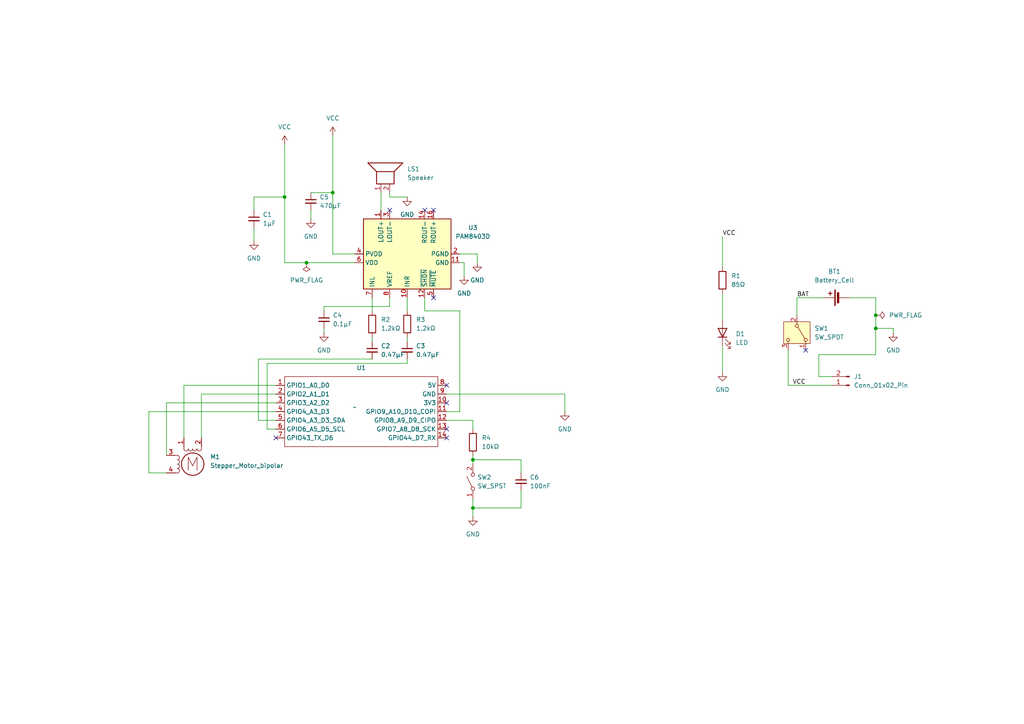
<source format=kicad_sch>
(kicad_sch (version 20230121) (generator eeschema)
  (paper "A4")
  (title_block (title "Cecilia Hung's PCB") (date "2024-01-28") (rev "1.0"))
  (lib_symbols
    (symbol "Amplifier_Audio:PAM8403D"
      (property "Reference" "U" (at 1.27 16.51 0))
      (property "Value" "PAM8403D" (at 6.096 14.224 0))
      (symbol "PAM8403D_0_1"
        (rectangle (start -10.16 12.7) (end 10.16 -12.7) (stroke (width 0.254)) (fill (type background)))
      )
      (symbol "PAM8403D_1_1"
        (pin output line (at 12.7 7.62 180) (length 2.54) (name "LOUT+") (number "1"))
        (pin input line (at -12.7 0 0) (length 2.54) (name "INR") (number "10"))
        (pin power_in line (at -2.54 -15.24 90) (length 2.54) (name "GND") (number "11"))
        (pin input line (at -12.7 -5.08 0) (length 2.54) (name "~{SHDN}") (number "12"))
        (pin passive line (at 0 15.24 270) (length 2.54) hide (name "PVDD") (number "13"))
        (pin output line (at 12.7 -5.08 180) (length 2.54) (name "ROUT-") (number "14"))
        (pin passive line (at 0 -15.24 90) (length 2.54) hide (name "PGND") (number "15"))
        (pin output line (at 12.7 -7.62 180) (length 2.54) (name "ROUT+") (number "16"))
        (pin power_in line (at 0 -15.24 90) (length 2.54) (name "PGND") (number "2"))
        (pin output line (at 12.7 5.08 180) (length 2.54) (name "LOUT-") (number "3"))
        (pin power_in line (at 0 15.24 270) (length 2.54) (name "PVDD") (number "4"))
        (pin input line (at -12.7 -7.62 0) (length 2.54) (name "~{MUTE}") (number "5"))
        (pin power_in line (at -2.54 15.24 270) (length 2.54) (name "VDD") (number "6"))
        (pin input line (at -12.7 10.16 0) (length 2.54) (name "INL") (number "7"))
        (pin input line (at -12.7 5.08 0) (length 2.54) (name "VREF") (number "8"))
        (pin no_connect line (at 10.16 -10.16 180) (length 2.54) hide (name "NC") (number "9"))
      )
    )
    (symbol "Connector:Conn_01x02_Pin" (pin_names (offset 1.016) hide)
      (property "Reference" "J" (at 0 2.54 0))
      (property "Value" "Conn_01x02_Pin" (at 0 -5.08 0))
      (symbol "Conn_01x02_Pin_1_1"
        (polyline (pts (xy 1.27 -2.54) (xy 0.8636 -2.54)) (stroke (width 0.1524)))
        (polyline (pts (xy 1.27 0) (xy 0.8636 0)) (stroke (width 0.1524)))
        (rectangle (start 0.8636 -2.413) (end 0 -2.667) (stroke (width 0.1524)) (fill (type outline)))
        (rectangle (start 0.8636 0.127) (end 0 -0.127) (stroke (width 0.1524)) (fill (type outline)))
        (pin passive line (at 5.08 0 180) (length 3.81) (name "Pin_1") (number "1"))
        (pin passive line (at 5.08 -2.54 180) (length 3.81) (name "Pin_2") (number "2"))
      )
    )
    (symbol "Device:Battery_Cell" (pin_numbers hide) (pin_names (offset 0) hide)
      (property "Reference" "BT" (at 2.54 2.54 0))
      (property "Value" "Battery_Cell" (at 2.54 0 0))
      (symbol "Battery_Cell_0_1"
        (rectangle (start -2.286 1.778) (end 2.286 1.524) (fill (type outline)))
        (rectangle (start -1.524 1.016) (end 1.524 0.508) (fill (type outline)))
        (polyline (pts (xy 0 0.762) (xy 0 0)))
        (polyline (pts (xy 0 1.778) (xy 0 2.54)))
        (polyline (pts (xy 0.762 3.048) (xy 1.778 3.048)) (stroke (width 0.254)))
        (polyline (pts (xy 1.27 3.556) (xy 1.27 2.54)) (stroke (width 0.254)))
      )
      (symbol "Battery_Cell_1_1"
        (pin passive line (at 0 5.08 270) (length 2.54) (name "+") (number "1"))
        (pin passive line (at 0 -2.54 90) (length 2.54) (name "-") (number "2"))
      )
    )
    (symbol "Device:C_Small" (pin_numbers hide) (pin_names (offset 0.254) hide)
      (property "Reference" "C" (at 0.254 1.778 0))
      (property "Value" "C_Small" (at 0.254 -2.032 0))
      (symbol "C_Small_0_1"
        (polyline (pts (xy -1.524 -0.508) (xy 1.524 -0.508)) (stroke (width 0.3302)))
        (polyline (pts (xy -1.524 0.508) (xy 1.524 0.508)) (stroke (width 0.3048)))
      )
      (symbol "C_Small_1_1"
        (pin passive line (at 0 2.54 270) (length 2.032) (name "~") (number "1"))
        (pin passive line (at 0 -2.54 90) (length 2.032) (name "~") (number "2"))
      )
    )
    (symbol "Device:LED" (pin_numbers hide) (pin_names (offset 1.016) hide)
      (property "Reference" "D" (at 0 2.54 0))
      (property "Value" "LED" (at 0 -2.54 0))
      (symbol "LED_0_1"
        (polyline (pts (xy -1.27 -1.27) (xy -1.27 1.27)) (stroke (width 0.254)))
        (polyline (pts (xy -1.27 0) (xy 1.27 0)))
        (polyline (pts (xy 1.27 -1.27) (xy 1.27 1.27) (xy -1.27 0) (xy 1.27 -1.27)) (stroke (width 0.254)))
        (polyline (pts (xy -3.048 -0.762) (xy -4.572 -2.286) (xy -3.81 -2.286) (xy -4.572 -2.286) (xy -4.572 -1.524)))
        (polyline (pts (xy -1.778 -0.762) (xy -3.302 -2.286) (xy -2.54 -2.286) (xy -3.302 -2.286) (xy -3.302 -1.524)))
      )
      (symbol "LED_1_1"
        (pin passive line (at -3.81 0 0) (length 2.54) (name "K") (number "1"))
        (pin passive line (at 3.81 0 180) (length 2.54) (name "A") (number "2"))
      )
    )
    (symbol "Device:R" (pin_numbers hide) (pin_names (offset 0))
      (property "Reference" "R" (at 2.032 0 90))
      (property "Value" "R" (at 0 0 90))
      (symbol "R_0_1"
        (rectangle (start -1.016 -2.54) (end 1.016 2.54) (stroke (width 0.254)))
      )
      (symbol "R_1_1"
        (pin passive line (at 0 3.81 270) (length 1.27) (name "~") (number "1"))
        (pin passive line (at 0 -3.81 90) (length 1.27) (name "~") (number "2"))
      )
    )
    (symbol "Device:Speaker" (pin_names (offset 0) hide)
      (property "Reference" "LS" (at 1.27 5.715 0))
      (property "Value" "Speaker" (at 1.27 3.81 0))
      (symbol "Speaker_0_0"
        (rectangle (start -2.54 1.27) (end 1.016 -3.81) (stroke (width 0.254)))
        (polyline (pts (xy 1.016 1.27) (xy 3.556 3.81) (xy 3.556 -6.35) (xy 1.016 -3.81)) (stroke (width 0.254)))
      )
      (symbol "Speaker_1_1"
        (pin input line (at -5.08 0 0) (length 2.54) (name "1") (number "1"))
        (pin input line (at -5.08 -2.54 0) (length 2.54) (name "2") (number "2"))
      )
    )
    (symbol "Motor:Stepper_Motor_bipolar" (pin_names (offset 0) hide)
      (property "Reference" "M" (at 3.81 2.54 0))
      (property "Value" "Stepper_Motor_bipolar" (at 3.81 1.27 0))
      (symbol "Stepper_Motor_bipolar_0_0"
        (polyline (pts (xy -1.27 -1.778) (xy -1.27 2.032) (xy 0 -0.508) (xy 1.27 2.032) (xy 1.27 -1.778)))
      )
      (symbol "Stepper_Motor_bipolar_0_1"
        (arc (start -4.445 -2.54) (mid -3.8127 -1.905) (end -4.445 -1.27))
        (arc (start -4.445 -1.27) (mid -3.8127 -0.635) (end -4.445 0))
        (arc (start -4.445 0) (mid -3.8127 0.635) (end -4.445 1.27))
        (arc (start -4.445 1.27) (mid -3.8127 1.905) (end -4.445 2.54))
        (arc (start -2.54 4.445) (mid -1.905 3.8127) (end -1.27 4.445))
        (arc (start -1.27 4.445) (mid -0.635 3.8127) (end 0 4.445))
        (polyline (pts (xy -5.08 -2.54) (xy -4.445 -2.54)))
        (polyline (pts (xy -5.08 2.54) (xy -4.445 2.54)))
        (polyline (pts (xy -2.54 5.08) (xy -2.54 4.445)))
        (polyline (pts (xy 2.54 5.08) (xy 2.54 4.445)))
        (circle (center 0 0) (radius 3.2512) (stroke (width 0.254)))
        (arc (start 0 4.445) (mid 0.635 3.8127) (end 1.27 4.445))
        (arc (start 1.27 4.445) (mid 1.905 3.8127) (end 2.54 4.445))
      )
      (symbol "Stepper_Motor_bipolar_1_1"
        (pin passive line (at -2.54 7.62 270) (length 2.54) (name "~") (number "1"))
        (pin passive line (at 2.54 7.62 270) (length 2.54) (name "-") (number "2"))
        (pin passive line (at -7.62 2.54 0) (length 2.54) (name "~") (number "3"))
        (pin passive line (at -7.62 -2.54 0) (length 2.54) (name "~") (number "4"))
      )
    )
    (symbol "Switch:SW_SPDT" (pin_names (offset 0) hide)
      (property "Reference" "SW" (at 0 5.08 0))
      (property "Value" "SW_SPDT" (at 0 -5.08 0))
      (symbol "SW_SPDT_0_1"
        (circle (center -2.032 0) (radius 0.4572))
        (polyline (pts (xy -1.651 0.254) (xy 1.651 2.286)))
        (circle (center 2.032 -2.54) (radius 0.4572))
        (circle (center 2.032 2.54) (radius 0.4572))
      )
      (symbol "SW_SPDT_1_1"
        (rectangle (start -3.175 3.81) (end 3.175 -3.81) (fill (type background)))
        (pin passive line (at 5.08 2.54 180) (length 2.54) (name "A") (number "1"))
        (pin passive line (at -5.08 0 0) (length 2.54) (name "B") (number "2"))
        (pin passive line (at 5.08 -2.54 180) (length 2.54) (name "C") (number "3"))
      )
    )
    (symbol "Switch:SW_SPST" (pin_names (offset 0) hide)
      (property "Reference" "SW" (at 0 3.175 0))
      (property "Value" "SW_SPST" (at 0 -2.54 0))
      (symbol "SW_SPST_0_0"
        (circle (center -2.032 0) (radius 0.508))
        (polyline (pts (xy -1.524 0.254) (xy 1.524 1.778)))
        (circle (center 2.032 0) (radius 0.508))
      )
      (symbol "SW_SPST_1_1"
        (pin passive line (at -5.08 0 0) (length 2.54) (name "A") (number "1"))
        (pin passive line (at 5.08 0 180) (length 2.54) (name "B") (number "2"))
      )
    )
    (symbol "demo:XIAO_ESP32_SENSE"
      (property "Reference" "U" (at 0 0 0))
      (symbol "XIAO_ESP32_SENSE_0_1"
        (polyline (pts (xy -20.32 8.89) (xy -20.32 -11.43) (xy 24.13 -11.43) (xy 24.13 8.89) (xy -20.32 8.89)))
      )
      (symbol "XIAO_ESP32_SENSE_1_1"
        (pin bidirectional line (at -22.86 6.35 0) (length 2.54) (name "GPIO1_A0_D0") (number "1"))
        (pin bidirectional line (at 26.67 1.27 180) (length 2.54) (name "3V3") (number "10"))
        (pin bidirectional line (at 26.67 -1.27 180) (length 2.54) (name "GPIO9_A10_D10_COPI") (number "11"))
        (pin bidirectional line (at 26.67 -3.81 180) (length 2.54) (name "GPIO8_A9_D9_CIPO") (number "12"))
        (pin bidirectional line (at 26.67 -6.35 180) (length 2.54) (name "GPIO7_A8_D8_SCK") (number "13"))
        (pin bidirectional line (at 26.67 -8.89 180) (length 2.54) (name "GPIO44_D7_RX") (number "14"))
        (pin bidirectional line (at -22.86 3.81 0) (length 2.54) (name "GPIO2_A1_D1") (number "2"))
        (pin bidirectional line (at -22.86 1.27 0) (length 2.54) (name "GPIO3_A2_D2") (number "3"))
        (pin bidirectional line (at -22.86 -1.27 0) (length 2.54) (name "GPIO4_A3_D3") (number "4"))
        (pin bidirectional line (at -22.86 -3.81 0) (length 2.54) (name "GPIO4_A3_D3_SDA") (number "5"))
        (pin bidirectional line (at -22.86 -6.35 0) (length 2.54) (name "GPIO6_A5_D5_SCL") (number "6"))
        (pin bidirectional line (at -22.86 -8.89 0) (length 2.54) (name "GPIO43_TX_D6") (number "7"))
        (pin bidirectional line (at 26.67 6.35 180) (length 2.54) (name "5V") (number "8"))
        (pin bidirectional line (at 26.67 3.81 180) (length 2.54) (name "GND") (number "9"))
      )
    )
    (symbol "power:GND" (power) (pin_names (offset 0))
      (property "Value" "GND" (at 0 -3.81 0))
      (symbol "GND_0_1"
        (polyline (pts (xy 0 0) (xy 0 -1.27) (xy 1.27 -1.27) (xy 0 -2.54) (xy -1.27 -1.27) (xy 0 -1.27)))
      )
      (symbol "GND_1_1"
        (pin power_in line (at 0 0 270) (length 0) hide (name "GND") (number "1"))
      )
    )
    (symbol "power:PWR_FLAG" (power) (pin_numbers hide) (pin_names (offset 0) hide)
      (property "Value" "PWR_FLAG" (at 0 3.81 0))
      (symbol "PWR_FLAG_0_0"
        (pin power_out line (at 0 0 90) (length 0) (name "pwr") (number "1"))
      )
      (symbol "PWR_FLAG_0_1"
        (polyline (pts (xy 0 0) (xy 0 1.27) (xy -1.016 1.905) (xy 0 2.54) (xy 1.016 1.905) (xy 0 1.27)))
      )
    )
    (symbol "power:VCC" (power) (pin_names (offset 0))
      (property "Value" "VCC" (at 0 3.81 0))
      (symbol "VCC_0_1"
        (polyline (pts (xy -0.762 1.27) (xy 0 2.54)))
        (polyline (pts (xy 0 0) (xy 0 2.54)))
        (polyline (pts (xy 0 2.54) (xy 0.762 1.27)))
      )
      (symbol "VCC_1_1"
        (pin power_in line (at 0 0 90) (length 0) hide (name "VCC") (number "1"))
      )
    )
  )
  (junction (at 254 91.44))
  (junction (at 82.55 57.15))
  (junction (at 254 95.25))
  (junction (at 96.52 55.88))
  (junction (at 137.16 147.32))
  (junction (at 137.16 133.35))
  (junction (at 88.9 76.2))
  (no_connect (at 125.73 60.96))
  (no_connect (at 80.01 127))
  (no_connect (at 129.54 127))
  (no_connect (at 113.03 60.96))
  (no_connect (at 129.54 111.76))
  (no_connect (at 125.73 86.36))
  (no_connect (at 233.68 101.6))
  (no_connect (at 123.19 60.96))
  (no_connect (at 129.54 124.46))
  (no_connect (at 129.54 116.84))
  (wire (pts (xy 77.47 105.41) (xy 77.47 124.46)))
  (wire (pts (xy 77.47 124.46) (xy 80.01 124.46)))
  (wire (pts (xy 237.49 109.22) (xy 241.3 109.22)))
  (wire (pts (xy 151.13 133.35) (xy 151.13 137.16)))
  (wire (pts (xy 246.38 86.36) (xy 254 86.36)))
  (wire (pts (xy 43.18 137.16) (xy 43.18 119.38)))
  (wire (pts (xy 151.13 147.32) (xy 137.16 147.32)))
  (wire (pts (xy 107.95 86.36) (xy 107.95 90.17)))
  (wire (pts (xy 58.42 114.3) (xy 80.01 114.3)))
  (wire (pts (xy 48.26 116.84) (xy 80.01 116.84)))
  (wire (pts (xy 138.43 73.66) (xy 138.43 76.2)))
  (wire (pts (xy 118.11 105.41) (xy 77.47 105.41)))
  (wire (pts (xy 96.52 73.66) (xy 102.87 73.66)))
  (wire (pts (xy 107.95 104.14) (xy 74.93 104.14)))
  (wire (pts (xy 254 86.36) (xy 254 91.44)))
  (wire (pts (xy 137.16 147.32) (xy 137.16 144.78)))
  (wire (pts (xy 209.55 100.33) (xy 209.55 107.95)))
  (wire (pts (xy 107.95 97.79) (xy 107.95 99.06)))
  (wire (pts (xy 58.42 127) (xy 58.42 114.3)))
  (wire (pts (xy 129.54 121.92) (xy 137.16 121.92)))
  (wire (pts (xy 254 102.87) (xy 237.49 102.87)))
  (wire (pts (xy 231.14 86.36) (xy 238.76 86.36)))
  (wire (pts (xy 96.52 39.37) (xy 96.52 55.88)))
  (wire (pts (xy 118.11 86.36) (xy 118.11 90.17)))
  (wire (pts (xy 137.16 132.08) (xy 137.16 133.35)))
  (wire (pts (xy 228.6 111.76) (xy 241.3 111.76)))
  (wire (pts (xy 133.35 76.2) (xy 134.62 76.2)))
  (wire (pts (xy 228.6 101.6) (xy 228.6 111.76)))
  (wire (pts (xy 137.16 149.86) (xy 137.16 147.32)))
  (wire (pts (xy 231.14 91.44) (xy 231.14 86.36)))
  (wire (pts (xy 113.03 55.88) (xy 113.03 57.15)))
  (wire (pts (xy 123.19 86.36) (xy 123.19 90.17)))
  (wire (pts (xy 48.26 132.08) (xy 48.26 116.84)))
  (wire (pts (xy 259.08 95.25) (xy 259.08 96.52)))
  (wire (pts (xy 90.17 55.88) (xy 96.52 55.88)))
  (wire (pts (xy 93.98 90.17) (xy 93.98 88.9)))
  (wire (pts (xy 137.16 133.35) (xy 137.16 134.62)))
  (wire (pts (xy 82.55 57.15) (xy 73.66 57.15)))
  (wire (pts (xy 118.11 104.14) (xy 118.11 105.41)))
  (wire (pts (xy 209.55 68.58) (xy 209.55 77.47)))
  (wire (pts (xy 93.98 95.25) (xy 93.98 96.52)))
  (wire (pts (xy 48.26 137.16) (xy 43.18 137.16)))
  (wire (pts (xy 96.52 55.88) (xy 96.52 73.66)))
  (wire (pts (xy 82.55 41.91) (xy 82.55 57.15)))
  (wire (pts (xy 133.35 119.38) (xy 129.54 119.38)))
  (wire (pts (xy 133.35 73.66) (xy 138.43 73.66)))
  (wire (pts (xy 43.18 119.38) (xy 80.01 119.38)))
  (wire (pts (xy 129.54 114.3) (xy 163.83 114.3)))
  (wire (pts (xy 73.66 66.04) (xy 73.66 69.85)))
  (wire (pts (xy 254 95.25) (xy 259.08 95.25)))
  (wire (pts (xy 254 91.44) (xy 254 95.25)))
  (wire (pts (xy 137.16 133.35) (xy 151.13 133.35)))
  (wire (pts (xy 82.55 76.2) (xy 88.9 76.2)))
  (wire (pts (xy 133.35 90.17) (xy 133.35 119.38)))
  (wire (pts (xy 134.62 76.2) (xy 134.62 80.01)))
  (wire (pts (xy 93.98 88.9) (xy 113.03 88.9)))
  (wire (pts (xy 237.49 102.87) (xy 237.49 109.22)))
  (wire (pts (xy 74.93 121.92) (xy 80.01 121.92)))
  (wire (pts (xy 88.9 76.2) (xy 102.87 76.2)))
  (wire (pts (xy 151.13 142.24) (xy 151.13 147.32)))
  (wire (pts (xy 113.03 57.15) (xy 118.11 57.15)))
  (wire (pts (xy 53.34 127) (xy 53.34 111.76)))
  (wire (pts (xy 110.49 55.88) (xy 110.49 60.96)))
  (wire (pts (xy 163.83 114.3) (xy 163.83 119.38)))
  (wire (pts (xy 113.03 88.9) (xy 113.03 86.36)))
  (wire (pts (xy 137.16 121.92) (xy 137.16 124.46)))
  (wire (pts (xy 74.93 104.14) (xy 74.93 121.92)))
  (wire (pts (xy 118.11 97.79) (xy 118.11 99.06)))
  (wire (pts (xy 53.34 111.76) (xy 80.01 111.76)))
  (wire (pts (xy 73.66 57.15) (xy 73.66 60.96)))
  (wire (pts (xy 254 95.25) (xy 254 102.87)))
  (wire (pts (xy 209.55 85.09) (xy 209.55 92.71)))
  (wire (pts (xy 82.55 57.15) (xy 82.55 76.2)))
  (wire (pts (xy 90.17 63.5) (xy 90.17 60.96)))
  (wire (pts (xy 123.19 90.17) (xy 133.35 90.17)))
  (label "VCC" (at 209.55 68.58 0))
  (label "BAT" (at 231.14 86.36 0))
  (label "VCC" (at 229.87 111.76 0))
  (symbol (lib_id "power:GND") (at 138.43 76.2 0) (unit 1)
    (property "Reference" "#PWR06" (effects hide))
    (property "Value" "GND" (at 138.43 81.28 0))
  )
  (symbol (lib_id "Motor:Stepper_Motor_bipolar") (at 55.88 134.62 0) (unit 1)
    (property "Reference" "M1" (at 60.96 132.4991 0) (effects (justify left)))
    (property "Value" "Stepper_Motor_bipolar" (at 60.96 135.0391 0) (effects (justify left)))
    (property "Footprint" "demo_motor:x27_stepper" (effects hide))
    (property "Datasheet" "http://www.infineon.com/dgdl/Application-Note-TLE8110EE_driving_UniPolarStepperMotor_V1.1.pdf?fileId=db3a30431be39b97011be5d0aa0a00b0" (effects hide))
  )
  (symbol (lib_id "Device:R") (at 118.11 93.98 0) (unit 1)
    (property "Reference" "R3" (at 120.65 92.71 0) (effects (justify left)))
    (property "Value" "1.2kΩ" (at 120.65 95.25 0) (effects (justify left)))
    (property "Footprint" "Resistor_SMD:R_0805_2012Metric_Pad1.20x1.40mm_HandSolder" (effects hide))
  )
  (symbol (lib_id "power:GND") (at 259.08 96.52 0) (unit 1)
    (property "Reference" "#PWR02" (effects hide))
    (property "Value" "GND" (at 259.08 101.6 0))
  )
  (symbol (lib_id "Device:LED") (at 209.55 96.52 90) (unit 1)
    (property "Reference" "D1" (at 213.36 96.8375 90) (effects (justify right)))
    (property "Value" "LED" (at 213.36 99.3775 90) (effects (justify right)))
    (property "Footprint" "LED_SMD:LED_0805_2012Metric_Pad1.15x1.40mm_HandSolder" (effects hide))
  )
  (symbol (lib_id "power:VCC") (at 82.55 41.91 0) (unit 1)
    (property "Reference" "#PWR08" (effects hide))
    (property "Value" "VCC" (at 82.55 36.83 0))
  )
  (symbol (lib_id "Connector:Conn_01x02_Pin") (at 246.38 111.76 180) (unit 1)
    (property "Reference" "J1" (at 247.65 109.22 0) (effects (justify right)))
    (property "Value" "Conn_01x02_Pin" (at 247.65 111.76 0) (effects (justify right)))
    (property "Footprint" "Connector_JST:JST_NV_B02P-NV_1x02_P5.00mm_Vertical" (effects hide))
  )
  (symbol (lib_id "Switch:SW_SPDT") (at 231.14 96.52 270) (unit 1)
    (property "Reference" "SW1" (at 236.22 95.25 90) (effects (justify left)))
    (property "Value" "SW_SPDT" (at 236.22 97.79 90) (effects (justify left)))
    (property "Footprint" "Connector_JST:JST_EH_B3B-EH-A_1x03_P2.50mm_Vertical" (effects hide))
  )
  (symbol (lib_id "power:GND") (at 93.98 96.52 0) (unit 1)
    (property "Reference" "#PWR07" (effects hide))
    (property "Value" "GND" (at 93.98 101.6 0))
  )
  (symbol (lib_id "Device:R") (at 209.55 81.28 0) (unit 1)
    (property "Reference" "R1" (at 212.09 80.01 0) (effects (justify left)))
    (property "Value" "85Ω" (at 212.09 82.55 0) (effects (justify left)))
    (property "Footprint" "Resistor_SMD:R_0805_2012Metric_Pad1.20x1.40mm_HandSolder" (effects hide))
  )
  (symbol (lib_id "power:GND") (at 90.17 63.5 0) (unit 1)
    (property "Reference" "#PWR010" (effects hide))
    (property "Value" "GND" (at 90.17 68.58 0))
  )
  (symbol (lib_id "Device:R") (at 107.95 93.98 180) (unit 1)
    (property "Reference" "R2" (at 110.49 92.71 0) (effects (justify right)))
    (property "Value" "1.2kΩ" (at 110.49 95.25 0) (effects (justify right)))
    (property "Footprint" "Resistor_SMD:R_0805_2012Metric_Pad1.20x1.40mm_HandSolder" (effects hide))
  )
  (symbol (lib_id "Device:C_Small") (at 90.17 58.42 0) (unit 1)
    (property "Reference" "C5" (at 92.71 57.1563 0) (effects (justify left)))
    (property "Value" "470μF" (at 92.71 59.6963 0) (effects (justify left)))
    (property "Footprint" "Capacitor_SMD:C_0805_2012Metric_Pad1.18x1.45mm_HandSolder" (effects hide))
  )
  (symbol (lib_id "Device:R") (at 137.16 128.27 0) (unit 1)
    (property "Reference" "R4" (at 139.7 127 0) (effects (justify left)))
    (property "Value" "10kΩ" (at 139.7 129.54 0) (effects (justify left)))
    (property "Footprint" "Resistor_SMD:R_0805_2012Metric_Pad1.20x1.40mm_HandSolder" (effects hide))
  )
  (symbol (lib_id "power:GND") (at 209.55 107.95 0) (unit 1)
    (property "Reference" "#PWR03" (effects hide))
    (property "Value" "GND" (at 209.55 113.03 0))
  )
  (symbol (lib_id "Amplifier_Audio:PAM8403D") (at 118.11 73.66 90) (unit 1)
    (property "Reference" "U3" (at 137.16 66.04 90))
    (property "Value" "PAM8403D" (at 137.16 68.58 90))
    (property "Footprint" "Package_SO:SOP-16_3.9x9.9mm_P1.27mm" (effects hide))
    (property "Datasheet" "https://www.diodes.com/assets/Datasheets/PAM8403.pdf" (effects hide))
  )
  (symbol (lib_id "power:PWR_FLAG") (at 254 91.44 270) (unit 1)
    (property "Reference" "#FLG01" (effects hide))
    (property "Value" "PWR_FLAG" (at 257.81 91.44 90) (effects (justify left)))
  )
  (symbol (lib_id "Switch:SW_SPST") (at 137.16 139.7 90) (unit 1)
    (property "Reference" "SW2" (at 138.43 138.43 90) (effects (justify right)))
    (property "Value" "SW_SPST" (at 138.43 140.97 90) (effects (justify right)))
    (property "Footprint" "Button_Switch_THT:SW_PUSH-12mm" (effects hide))
  )
  (symbol (lib_id "power:GND") (at 118.11 57.15 0) (unit 1)
    (property "Reference" "#PWR011" (effects hide))
    (property "Value" "GND" (at 118.11 62.23 0))
  )
  (symbol (lib_id "Device:C_Small") (at 151.13 139.7 0) (unit 1)
    (property "Reference" "C6" (at 153.67 138.4363 0) (effects (justify left)))
    (property "Value" "100nF" (at 153.67 140.9763 0) (effects (justify left)))
    (property "Footprint" "Capacitor_SMD:C_0805_2012Metric_Pad1.18x1.45mm_HandSolder" (effects hide))
  )
  (symbol (lib_id "power:GND") (at 163.83 119.38 0) (unit 1)
    (property "Reference" "#PWR01" (effects hide))
    (property "Value" "GND" (at 163.83 124.46 0))
  )
  (symbol (lib_id "Device:Speaker") (at 110.49 50.8 90) (unit 1)
    (property "Reference" "LS1" (at 118.11 49.022 90) (effects (justify right)))
    (property "Value" "Speaker" (at 118.11 51.562 90) (effects (justify right)))
    (property "Footprint" "Connector_Pin:Pin_D1.2mm_L11.3mm_W3.0mm_Flat" (effects hide))
  )
  (symbol (lib_id "Device:C_Small") (at 93.98 92.71 0) (unit 1)
    (property "Reference" "C4" (at 96.52 91.4463 0) (effects (justify left)))
    (property "Value" "0.1μF" (at 96.52 93.9863 0) (effects (justify left)))
    (property "Footprint" "Capacitor_SMD:C_0805_2012Metric_Pad1.18x1.45mm_HandSolder" (effects hide))
  )
  (symbol (lib_id "power:GND") (at 137.16 149.86 0) (unit 1)
    (property "Reference" "#PWR012" (effects hide))
    (property "Value" "GND" (at 137.16 154.94 0))
  )
  (symbol (lib_id "Device:C_Small") (at 107.95 101.6 0) (unit 1)
    (property "Reference" "C2" (at 110.49 100.3363 0) (effects (justify left)))
    (property "Value" "0.47μF" (at 110.49 102.8763 0) (effects (justify left)))
    (property "Footprint" "Capacitor_SMD:C_0805_2012Metric_Pad1.18x1.45mm_HandSolder" (effects hide))
  )
  (symbol (lib_id "power:PWR_FLAG") (at 88.9 76.2 180) (unit 1)
    (property "Reference" "#FLG02" (effects hide))
    (property "Value" "PWR_FLAG" (at 88.9 81.28 0))
  )
  (symbol (lib_id "power:GND") (at 134.62 80.01 0) (unit 1)
    (property "Reference" "#PWR05" (effects hide))
    (property "Value" "GND" (at 134.62 85.09 0))
  )
  (symbol (lib_id "power:GND") (at 73.66 69.85 0) (unit 1)
    (property "Reference" "#PWR04" (effects hide))
    (property "Value" "GND" (at 73.66 74.93 0))
  )
  (symbol (lib_id "power:VCC") (at 96.52 39.37 0) (unit 1)
    (property "Reference" "#PWR09" (effects hide))
    (property "Value" "VCC" (at 96.52 34.29 0))
  )
  (symbol (lib_id "Device:Battery_Cell") (at 243.84 86.36 90) (unit 1)
    (property "Reference" "BT1" (at 241.9985 78.74 90))
    (property "Value" "Battery_Cell" (at 241.9985 81.28 90))
    (property "Footprint" "Connector_JST:JST_XA_B02B-XASK-1-A_1x02_P2.50mm_Vertical" (effects hide))
  )
  (symbol (lib_id "Device:C_Small") (at 118.11 101.6 0) (unit 1)
    (property "Reference" "C3" (at 120.65 100.3363 0) (effects (justify left)))
    (property "Value" "0.47μF" (at 120.65 102.8763 0) (effects (justify left)))
    (property "Footprint" "Capacitor_SMD:C_0805_2012Metric_Pad1.18x1.45mm_HandSolder" (effects hide))
  )
  (symbol (lib_id "demo:XIAO_ESP32_SENSE") (at 102.87 118.11 0) (unit 1)
    (property "Reference" "U1" (at 104.775 106.68 0))
    (property "Value" "~" (at 102.87 118.11 0))
    (property "Footprint" "demo_esp32:XIAO_ESP32_SENSE" (effects hide))
  )
  (symbol (lib_id "Device:C_Small") (at 73.66 63.5 0) (unit 1)
    (property "Reference" "C1" (at 76.2 62.2363 0) (effects (justify left)))
    (property "Value" "1μF" (at 76.2 64.7763 0) (effects (justify left)))
    (property "Footprint" "Capacitor_SMD:C_0805_2012Metric_Pad1.18x1.45mm_HandSolder" (effects hide))
  )
)
</source>
